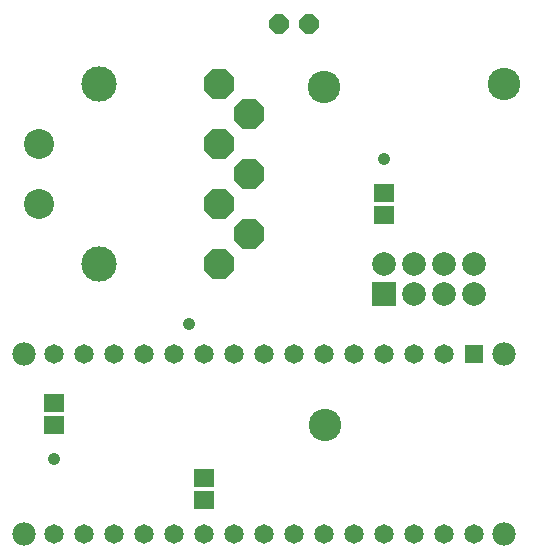
<source format=gbr>
G04 EAGLE Gerber RS-274X export*
G75*
%MOMM*%
%FSLAX34Y34*%
%LPD*%
%INSoldermask Top*%
%IPPOS*%
%AMOC8*
5,1,8,0,0,1.08239X$1,22.5*%
G01*
%ADD10C,2.743200*%
%ADD11C,1.981200*%
%ADD12R,1.643200X1.643200*%
%ADD13C,1.643200*%
%ADD14R,1.703200X1.503200*%
%ADD15P,1.803519X8X22.500000*%
%ADD16R,2.003200X2.003200*%
%ADD17C,2.003200*%
%ADD18P,2.749271X8X292.500000*%
%ADD19C,2.540000*%
%ADD20C,2.997200*%
%ADD21C,1.061200*%


D10*
X304800Y444500D03*
X152908Y155702D03*
X152400Y442214D03*
D11*
X304800Y215900D03*
D12*
X279400Y215900D03*
D13*
X254000Y215900D03*
X228600Y215900D03*
X203200Y215900D03*
X177800Y215900D03*
X152400Y215900D03*
X127000Y215900D03*
X101600Y215900D03*
X76200Y215900D03*
X50800Y215900D03*
X25400Y215900D03*
X0Y215900D03*
X-25400Y215900D03*
X-50800Y215900D03*
X-76200Y215900D03*
X-76200Y63500D03*
X-50800Y63500D03*
X-25400Y63500D03*
X0Y63500D03*
X25400Y63500D03*
X50800Y63500D03*
X76200Y63500D03*
X101600Y63500D03*
X127000Y63500D03*
X152400Y63500D03*
X177800Y63500D03*
X203200Y63500D03*
X228600Y63500D03*
X254000Y63500D03*
X279400Y63500D03*
D11*
X304800Y63500D03*
X-101600Y63500D03*
X-101600Y215900D03*
D14*
X203200Y352400D03*
X203200Y333400D03*
X-76200Y174600D03*
X-76200Y155600D03*
D15*
X114300Y495300D03*
X139700Y495300D03*
D16*
X203200Y266700D03*
D17*
X279400Y292100D03*
X254000Y292100D03*
X228600Y292100D03*
X203200Y292100D03*
X228600Y266700D03*
X254000Y266700D03*
X279400Y266700D03*
D14*
X50800Y92100D03*
X50800Y111100D03*
D18*
X88900Y317500D03*
X88900Y419100D03*
X63500Y342900D03*
X63500Y393700D03*
X88900Y368300D03*
X63500Y292100D03*
X63500Y444500D03*
D19*
X-88900Y342900D03*
X-88900Y393700D03*
D20*
X-38100Y292100D03*
X-38100Y444500D03*
D21*
X203200Y381000D03*
X-76200Y127000D03*
X38100Y241300D03*
M02*

</source>
